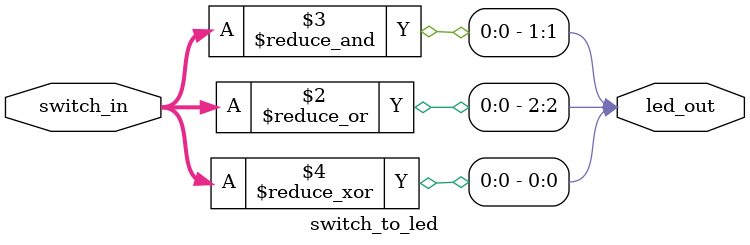
<source format=sv>
/*
Copyright by Henry Ko and Nicola Nicolici
Developed for the Digital Systems Design course (COE3DQ4)
Department of Electrical and Computer Engineering
McMaster University
Ontario, Canada
*/

`timescale 1ns/100ps
`default_nettype none

// This module is to convert a 4 bits hex number into a 7-bit value for 7-segment display
module switch_to_led (
	input logic [4:0] switch_in,
	output logic [2:0] led_out
);

always_comb begin
	led_out[2] = |switch_in[4:0];
	led_out[1] = &switch_in[4:0];
	led_out[0] = ^switch_in[4:0];
end
	
endmodule

</source>
